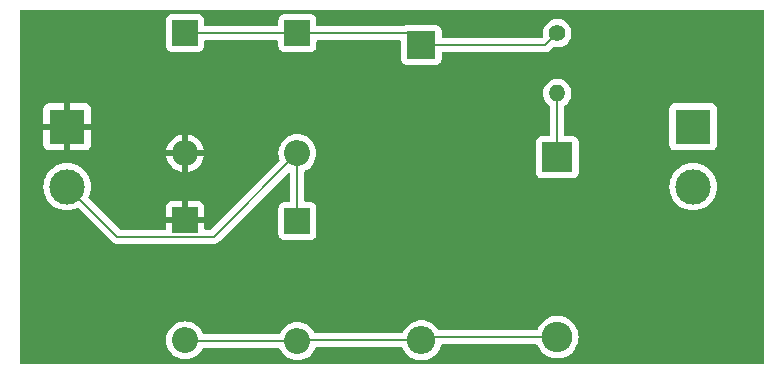
<source format=gbr>
%TF.GenerationSoftware,KiCad,Pcbnew,8.0.6*%
%TF.CreationDate,2024-11-24T22:30:01-06:00*%
%TF.ProjectId,CargadorWalkieTalkie,43617267-6164-46f7-9257-616c6b696554,0.0*%
%TF.SameCoordinates,Original*%
%TF.FileFunction,Copper,L2,Bot*%
%TF.FilePolarity,Positive*%
%FSLAX46Y46*%
G04 Gerber Fmt 4.6, Leading zero omitted, Abs format (unit mm)*
G04 Created by KiCad (PCBNEW 8.0.6) date 2024-11-24 22:30:01*
%MOMM*%
%LPD*%
G01*
G04 APERTURE LIST*
%TA.AperFunction,ComponentPad*%
%ADD10R,2.400000X2.400000*%
%TD*%
%TA.AperFunction,ComponentPad*%
%ADD11O,2.400000X2.400000*%
%TD*%
%TA.AperFunction,ComponentPad*%
%ADD12R,2.600000X2.600000*%
%TD*%
%TA.AperFunction,ComponentPad*%
%ADD13O,2.600000X2.600000*%
%TD*%
%TA.AperFunction,ComponentPad*%
%ADD14O,2.200000X2.200000*%
%TD*%
%TA.AperFunction,ComponentPad*%
%ADD15R,2.200000X2.200000*%
%TD*%
%TA.AperFunction,ComponentPad*%
%ADD16C,1.400000*%
%TD*%
%TA.AperFunction,ComponentPad*%
%ADD17O,1.400000X1.400000*%
%TD*%
%TA.AperFunction,ComponentPad*%
%ADD18R,3.000000X3.000000*%
%TD*%
%TA.AperFunction,ComponentPad*%
%ADD19C,3.000000*%
%TD*%
%TA.AperFunction,Conductor*%
%ADD20C,0.200000*%
%TD*%
G04 APERTURE END LIST*
D10*
%TO.P,C1,1*%
%TO.N,Net-(D1-K)*%
X125500000Y-79000000D03*
D11*
%TO.P,C1,2*%
%TO.N,Net-(D3-A)*%
X125500000Y-104000000D03*
%TD*%
D12*
%TO.P,D5,1,K*%
%TO.N,Net-(D5-K)*%
X137000000Y-88500000D03*
D13*
%TO.P,D5,2,A*%
%TO.N,Net-(D3-A)*%
X137000000Y-103740000D03*
%TD*%
D14*
%TO.P,D1,2,A*%
%TO.N,/Vs*%
X105500000Y-88160000D03*
D15*
%TO.P,D1,1,K*%
%TO.N,Net-(D1-K)*%
X105500000Y-78000000D03*
%TD*%
D16*
%TO.P,R1,1*%
%TO.N,Net-(D1-K)*%
X137000000Y-78000000D03*
D17*
%TO.P,R1,2*%
%TO.N,Net-(D5-K)*%
X137000000Y-83080000D03*
%TD*%
D15*
%TO.P,D3,1,K*%
%TO.N,/Vs*%
X105500000Y-93840000D03*
D14*
%TO.P,D3,2,A*%
%TO.N,Net-(D3-A)*%
X105500000Y-104000000D03*
%TD*%
D15*
%TO.P,D2,1,K*%
%TO.N,Net-(D1-K)*%
X115000000Y-78000000D03*
D14*
%TO.P,D2,2,A*%
%TO.N,/gnd*%
X115000000Y-88160000D03*
%TD*%
D18*
%TO.P,J2,1,Pin_1*%
%TO.N,Net-(D5-K)*%
X148500000Y-85920000D03*
D19*
%TO.P,J2,2,Pin_2*%
%TO.N,Net-(D3-A)*%
X148500000Y-91000000D03*
%TD*%
D18*
%TO.P,J1,1,Pin_1*%
%TO.N,/Vs*%
X95500000Y-85920000D03*
D19*
%TO.P,J1,2,Pin_2*%
%TO.N,/gnd*%
X95500000Y-91000000D03*
%TD*%
D15*
%TO.P,D4,1,K*%
%TO.N,/gnd*%
X115000000Y-93920000D03*
D14*
%TO.P,D4,2,A*%
%TO.N,Net-(D3-A)*%
X115000000Y-104080000D03*
%TD*%
D20*
%TO.N,/Vs*%
X105500000Y-93840000D02*
X105500000Y-88160000D01*
%TO.N,Net-(D3-A)*%
X105580000Y-104080000D02*
X105500000Y-104000000D01*
X115000000Y-104080000D02*
X105580000Y-104080000D01*
%TO.N,/gnd*%
X115000000Y-88160000D02*
X115000000Y-93920000D01*
%TO.N,Net-(D1-K)*%
X105500000Y-78000000D02*
X115000000Y-78000000D01*
%TO.N,Net-(D3-A)*%
X115080000Y-104000000D02*
X115000000Y-104080000D01*
X125500000Y-104000000D02*
X115080000Y-104000000D01*
X125760000Y-103740000D02*
X125500000Y-104000000D01*
X137000000Y-103740000D02*
X125760000Y-103740000D01*
%TO.N,Net-(D5-K)*%
X137000000Y-83080000D02*
X137000000Y-88500000D01*
%TO.N,Net-(D1-K)*%
X136000000Y-79000000D02*
X137000000Y-78000000D01*
X125500000Y-79000000D02*
X136000000Y-79000000D01*
X124500000Y-78000000D02*
X125500000Y-79000000D01*
X115000000Y-78000000D02*
X124500000Y-78000000D01*
%TO.N,/gnd*%
X95500000Y-91000000D02*
X99740000Y-95240000D01*
X99740000Y-95240000D02*
X107920000Y-95240000D01*
X107920000Y-95240000D02*
X115000000Y-88160000D01*
%TD*%
%TA.AperFunction,Conductor*%
%TO.N,/Vs*%
G36*
X154442539Y-76020185D02*
G01*
X154488294Y-76072989D01*
X154499500Y-76124500D01*
X154499500Y-105875500D01*
X154479815Y-105942539D01*
X154427011Y-105988294D01*
X154375500Y-105999500D01*
X91624500Y-105999500D01*
X91557461Y-105979815D01*
X91511706Y-105927011D01*
X91500500Y-105875500D01*
X91500500Y-104000000D01*
X103894551Y-104000000D01*
X103914317Y-104251151D01*
X103973126Y-104496110D01*
X104069533Y-104728859D01*
X104201160Y-104943653D01*
X104201161Y-104943656D01*
X104201164Y-104943659D01*
X104364776Y-105135224D01*
X104458443Y-105215223D01*
X104556343Y-105298838D01*
X104556346Y-105298839D01*
X104771140Y-105430466D01*
X104939690Y-105500281D01*
X105003889Y-105526873D01*
X105248852Y-105585683D01*
X105500000Y-105605449D01*
X105751148Y-105585683D01*
X105996111Y-105526873D01*
X106228859Y-105430466D01*
X106443659Y-105298836D01*
X106635224Y-105135224D01*
X106798836Y-104943659D01*
X106881442Y-104808859D01*
X106923817Y-104739710D01*
X106975629Y-104692835D01*
X107029544Y-104680500D01*
X113433512Y-104680500D01*
X113500551Y-104700185D01*
X113546306Y-104752989D01*
X113548073Y-104757048D01*
X113569532Y-104808856D01*
X113569533Y-104808858D01*
X113701160Y-105023653D01*
X113701161Y-105023656D01*
X113701164Y-105023659D01*
X113864776Y-105215224D01*
X114002944Y-105333231D01*
X114056343Y-105378838D01*
X114056346Y-105378839D01*
X114271140Y-105510466D01*
X114456845Y-105587387D01*
X114503889Y-105606873D01*
X114748852Y-105665683D01*
X115000000Y-105685449D01*
X115251148Y-105665683D01*
X115496111Y-105606873D01*
X115728859Y-105510466D01*
X115943659Y-105378836D01*
X116135224Y-105215224D01*
X116298836Y-105023659D01*
X116430466Y-104808859D01*
X116451905Y-104757102D01*
X116485064Y-104677048D01*
X116528905Y-104622644D01*
X116595199Y-104600579D01*
X116599625Y-104600500D01*
X123824360Y-104600500D01*
X123891399Y-104620185D01*
X123937154Y-104672989D01*
X123939785Y-104679192D01*
X123963607Y-104739888D01*
X124091041Y-104960612D01*
X124249950Y-105159877D01*
X124436783Y-105333232D01*
X124647366Y-105476805D01*
X124647371Y-105476807D01*
X124647372Y-105476808D01*
X124647373Y-105476809D01*
X124751333Y-105526873D01*
X124876992Y-105587387D01*
X124876993Y-105587387D01*
X124876996Y-105587389D01*
X125120542Y-105662513D01*
X125372565Y-105700500D01*
X125627435Y-105700500D01*
X125879458Y-105662513D01*
X126123004Y-105587389D01*
X126352634Y-105476805D01*
X126563217Y-105333232D01*
X126750050Y-105159877D01*
X126908959Y-104960612D01*
X127036393Y-104739888D01*
X127129508Y-104502637D01*
X127144511Y-104436907D01*
X127178620Y-104375929D01*
X127240281Y-104343071D01*
X127265402Y-104340500D01*
X135216933Y-104340500D01*
X135283972Y-104360185D01*
X135329727Y-104412989D01*
X135332361Y-104419198D01*
X135373254Y-104523392D01*
X135373256Y-104523396D01*
X135373257Y-104523398D01*
X135508185Y-104757102D01*
X135644080Y-104927509D01*
X135676442Y-104968089D01*
X135856571Y-105135223D01*
X135874259Y-105151635D01*
X136097226Y-105303651D01*
X136340359Y-105420738D01*
X136598228Y-105500280D01*
X136598229Y-105500280D01*
X136598232Y-105500281D01*
X136865063Y-105540499D01*
X136865068Y-105540499D01*
X136865071Y-105540500D01*
X136865072Y-105540500D01*
X137134928Y-105540500D01*
X137134929Y-105540500D01*
X137134936Y-105540499D01*
X137401767Y-105500281D01*
X137401768Y-105500280D01*
X137401772Y-105500280D01*
X137659641Y-105420738D01*
X137902775Y-105303651D01*
X138125741Y-105151635D01*
X138323561Y-104968085D01*
X138491815Y-104757102D01*
X138626743Y-104523398D01*
X138725334Y-104272195D01*
X138785383Y-104009103D01*
X138805549Y-103740000D01*
X138785383Y-103470897D01*
X138725334Y-103207805D01*
X138626743Y-102956602D01*
X138491815Y-102722898D01*
X138323561Y-102511915D01*
X138323560Y-102511914D01*
X138323557Y-102511910D01*
X138125741Y-102328365D01*
X138083404Y-102299500D01*
X137902775Y-102176349D01*
X137902769Y-102176346D01*
X137902768Y-102176345D01*
X137902767Y-102176344D01*
X137659643Y-102059263D01*
X137659645Y-102059263D01*
X137401773Y-101979720D01*
X137401767Y-101979718D01*
X137134936Y-101939500D01*
X137134929Y-101939500D01*
X136865071Y-101939500D01*
X136865063Y-101939500D01*
X136598232Y-101979718D01*
X136598226Y-101979720D01*
X136340358Y-102059262D01*
X136097230Y-102176346D01*
X135874258Y-102328365D01*
X135676442Y-102511910D01*
X135508185Y-102722898D01*
X135373258Y-102956599D01*
X135373254Y-102956607D01*
X135332361Y-103060802D01*
X135289545Y-103116016D01*
X135223675Y-103139317D01*
X135216933Y-103139500D01*
X127038350Y-103139500D01*
X126971311Y-103119815D01*
X126930962Y-103077499D01*
X126921322Y-103060802D01*
X126908959Y-103039388D01*
X126750050Y-102840123D01*
X126563217Y-102666768D01*
X126352634Y-102523195D01*
X126352630Y-102523193D01*
X126352627Y-102523191D01*
X126352626Y-102523190D01*
X126123006Y-102412612D01*
X126123008Y-102412612D01*
X125879466Y-102337489D01*
X125879462Y-102337488D01*
X125879458Y-102337487D01*
X125758231Y-102319214D01*
X125627440Y-102299500D01*
X125627435Y-102299500D01*
X125372565Y-102299500D01*
X125372559Y-102299500D01*
X125215609Y-102323157D01*
X125120542Y-102337487D01*
X125120539Y-102337488D01*
X125120533Y-102337489D01*
X124876992Y-102412612D01*
X124647373Y-102523190D01*
X124647372Y-102523191D01*
X124436782Y-102666768D01*
X124249952Y-102840121D01*
X124249950Y-102840123D01*
X124091041Y-103039388D01*
X123963607Y-103260111D01*
X123939788Y-103320802D01*
X123896972Y-103376016D01*
X123831103Y-103399317D01*
X123824360Y-103399500D01*
X116529544Y-103399500D01*
X116462505Y-103379815D01*
X116423817Y-103340290D01*
X116298839Y-103136346D01*
X116298838Y-103136343D01*
X116248580Y-103077499D01*
X116135224Y-102944776D01*
X116008571Y-102836604D01*
X115943656Y-102781161D01*
X115943653Y-102781160D01*
X115728859Y-102649533D01*
X115496110Y-102553126D01*
X115251151Y-102494317D01*
X115000000Y-102474551D01*
X114748848Y-102494317D01*
X114503889Y-102553126D01*
X114271140Y-102649533D01*
X114056346Y-102781160D01*
X114056343Y-102781161D01*
X113864776Y-102944776D01*
X113701161Y-103136343D01*
X113701160Y-103136346D01*
X113569533Y-103351141D01*
X113569532Y-103351143D01*
X113548073Y-103402952D01*
X113504233Y-103457356D01*
X113437939Y-103479421D01*
X113433512Y-103479500D01*
X107099625Y-103479500D01*
X107032586Y-103459815D01*
X106986831Y-103407011D01*
X106985064Y-103402952D01*
X106930468Y-103271144D01*
X106930466Y-103271141D01*
X106798839Y-103056346D01*
X106798838Y-103056343D01*
X106713655Y-102956607D01*
X106635224Y-102864776D01*
X106508571Y-102756604D01*
X106443656Y-102701161D01*
X106443653Y-102701160D01*
X106228859Y-102569533D01*
X105996110Y-102473126D01*
X105751151Y-102414317D01*
X105500000Y-102394551D01*
X105248848Y-102414317D01*
X105003889Y-102473126D01*
X104771140Y-102569533D01*
X104556346Y-102701160D01*
X104556343Y-102701161D01*
X104364776Y-102864776D01*
X104201161Y-103056343D01*
X104201160Y-103056346D01*
X104069533Y-103271140D01*
X103973126Y-103503889D01*
X103914317Y-103748848D01*
X103894551Y-104000000D01*
X91500500Y-104000000D01*
X91500500Y-90999998D01*
X93494390Y-90999998D01*
X93494390Y-91000001D01*
X93514804Y-91285433D01*
X93575628Y-91565037D01*
X93675635Y-91833166D01*
X93812770Y-92084309D01*
X93812775Y-92084317D01*
X93984254Y-92313387D01*
X93984270Y-92313405D01*
X94186594Y-92515729D01*
X94186612Y-92515745D01*
X94415682Y-92687224D01*
X94415690Y-92687229D01*
X94666833Y-92824364D01*
X94666832Y-92824364D01*
X94666836Y-92824365D01*
X94666839Y-92824367D01*
X94934954Y-92924369D01*
X94934960Y-92924370D01*
X94934962Y-92924371D01*
X95214566Y-92985195D01*
X95214568Y-92985195D01*
X95214572Y-92985196D01*
X95468220Y-93003337D01*
X95499999Y-93005610D01*
X95500000Y-93005610D01*
X95500001Y-93005610D01*
X95528595Y-93003564D01*
X95785428Y-92985196D01*
X96065046Y-92924369D01*
X96333161Y-92824367D01*
X96343519Y-92818710D01*
X96411791Y-92803859D01*
X96477255Y-92828275D01*
X96490626Y-92839861D01*
X99371284Y-95720520D01*
X99371286Y-95720521D01*
X99371290Y-95720524D01*
X99508209Y-95799573D01*
X99508216Y-95799577D01*
X99660943Y-95840501D01*
X99660945Y-95840501D01*
X99826654Y-95840501D01*
X99826670Y-95840500D01*
X107833331Y-95840500D01*
X107833347Y-95840501D01*
X107840943Y-95840501D01*
X107999054Y-95840501D01*
X107999057Y-95840501D01*
X108151785Y-95799577D01*
X108201904Y-95770639D01*
X108288716Y-95720520D01*
X108400520Y-95608716D01*
X108400520Y-95608714D01*
X108410728Y-95598507D01*
X108410730Y-95598504D01*
X114187819Y-89821415D01*
X114249142Y-89787930D01*
X114318834Y-89792914D01*
X114374767Y-89834786D01*
X114399184Y-89900250D01*
X114399500Y-89909096D01*
X114399500Y-92195500D01*
X114379815Y-92262539D01*
X114327011Y-92308294D01*
X114275500Y-92319500D01*
X113852129Y-92319500D01*
X113852123Y-92319501D01*
X113792516Y-92325908D01*
X113657671Y-92376202D01*
X113657664Y-92376206D01*
X113542455Y-92462452D01*
X113542452Y-92462455D01*
X113456206Y-92577664D01*
X113456202Y-92577671D01*
X113405908Y-92712517D01*
X113399501Y-92772116D01*
X113399501Y-92772123D01*
X113399500Y-92772135D01*
X113399500Y-95067870D01*
X113399501Y-95067876D01*
X113405908Y-95127483D01*
X113456202Y-95262328D01*
X113456206Y-95262335D01*
X113542452Y-95377544D01*
X113542455Y-95377547D01*
X113657664Y-95463793D01*
X113657671Y-95463797D01*
X113792517Y-95514091D01*
X113792516Y-95514091D01*
X113799444Y-95514835D01*
X113852127Y-95520500D01*
X116147872Y-95520499D01*
X116207483Y-95514091D01*
X116342331Y-95463796D01*
X116457546Y-95377546D01*
X116543796Y-95262331D01*
X116594091Y-95127483D01*
X116600500Y-95067873D01*
X116600499Y-92772128D01*
X116594091Y-92712517D01*
X116586496Y-92692155D01*
X116543797Y-92577671D01*
X116543793Y-92577664D01*
X116457547Y-92462455D01*
X116457544Y-92462452D01*
X116342335Y-92376206D01*
X116342328Y-92376202D01*
X116207482Y-92325908D01*
X116207483Y-92325908D01*
X116147883Y-92319501D01*
X116147881Y-92319500D01*
X116147873Y-92319500D01*
X116147865Y-92319500D01*
X115724500Y-92319500D01*
X115657461Y-92299815D01*
X115611706Y-92247011D01*
X115600500Y-92195500D01*
X115600500Y-90999998D01*
X146494390Y-90999998D01*
X146494390Y-91000001D01*
X146514804Y-91285433D01*
X146575628Y-91565037D01*
X146675635Y-91833166D01*
X146812770Y-92084309D01*
X146812775Y-92084317D01*
X146984254Y-92313387D01*
X146984270Y-92313405D01*
X147186594Y-92515729D01*
X147186612Y-92515745D01*
X147415682Y-92687224D01*
X147415690Y-92687229D01*
X147666833Y-92824364D01*
X147666832Y-92824364D01*
X147666836Y-92824365D01*
X147666839Y-92824367D01*
X147934954Y-92924369D01*
X147934960Y-92924370D01*
X147934962Y-92924371D01*
X148214566Y-92985195D01*
X148214568Y-92985195D01*
X148214572Y-92985196D01*
X148468220Y-93003337D01*
X148499999Y-93005610D01*
X148500000Y-93005610D01*
X148500001Y-93005610D01*
X148528595Y-93003564D01*
X148785428Y-92985196D01*
X149065046Y-92924369D01*
X149333161Y-92824367D01*
X149584315Y-92687226D01*
X149813395Y-92515739D01*
X150015739Y-92313395D01*
X150187226Y-92084315D01*
X150324367Y-91833161D01*
X150424369Y-91565046D01*
X150485196Y-91285428D01*
X150505610Y-91000000D01*
X150485196Y-90714572D01*
X150424369Y-90434954D01*
X150324367Y-90166839D01*
X150256382Y-90042335D01*
X150187229Y-89915690D01*
X150187224Y-89915682D01*
X150015745Y-89686612D01*
X150015729Y-89686594D01*
X149813405Y-89484270D01*
X149813387Y-89484254D01*
X149584317Y-89312775D01*
X149584309Y-89312770D01*
X149333166Y-89175635D01*
X149333167Y-89175635D01*
X149225915Y-89135632D01*
X149065046Y-89075631D01*
X149065043Y-89075630D01*
X149065037Y-89075628D01*
X148785433Y-89014804D01*
X148500001Y-88994390D01*
X148499999Y-88994390D01*
X148214566Y-89014804D01*
X147934962Y-89075628D01*
X147666833Y-89175635D01*
X147415690Y-89312770D01*
X147415682Y-89312775D01*
X147186612Y-89484254D01*
X147186594Y-89484270D01*
X146984270Y-89686594D01*
X146984254Y-89686612D01*
X146812775Y-89915682D01*
X146812770Y-89915690D01*
X146675635Y-90166833D01*
X146575628Y-90434962D01*
X146514804Y-90714566D01*
X146494390Y-90999998D01*
X115600500Y-90999998D01*
X115600500Y-89726487D01*
X115620185Y-89659448D01*
X115672989Y-89613693D01*
X115677002Y-89611945D01*
X115728859Y-89590466D01*
X115943659Y-89458836D01*
X116135224Y-89295224D01*
X116298836Y-89103659D01*
X116430466Y-88888859D01*
X116526873Y-88656111D01*
X116585683Y-88411148D01*
X116605449Y-88160000D01*
X116585683Y-87908852D01*
X116526873Y-87663889D01*
X116445681Y-87467873D01*
X116430466Y-87431140D01*
X116298839Y-87216346D01*
X116298838Y-87216343D01*
X116243999Y-87152135D01*
X135199500Y-87152135D01*
X135199500Y-89847870D01*
X135199501Y-89847876D01*
X135205908Y-89907483D01*
X135256202Y-90042328D01*
X135256206Y-90042335D01*
X135342452Y-90157544D01*
X135342455Y-90157547D01*
X135457664Y-90243793D01*
X135457671Y-90243797D01*
X135592517Y-90294091D01*
X135592516Y-90294091D01*
X135599444Y-90294835D01*
X135652127Y-90300500D01*
X138347872Y-90300499D01*
X138407483Y-90294091D01*
X138542331Y-90243796D01*
X138657546Y-90157546D01*
X138743796Y-90042331D01*
X138794091Y-89907483D01*
X138800500Y-89847873D01*
X138800499Y-87152128D01*
X138794091Y-87092517D01*
X138768957Y-87025130D01*
X138743797Y-86957671D01*
X138743793Y-86957664D01*
X138657547Y-86842455D01*
X138657544Y-86842452D01*
X138542335Y-86756206D01*
X138542328Y-86756202D01*
X138407482Y-86705908D01*
X138407483Y-86705908D01*
X138347883Y-86699501D01*
X138347881Y-86699500D01*
X138347873Y-86699500D01*
X138347865Y-86699500D01*
X137724500Y-86699500D01*
X137657461Y-86679815D01*
X137611706Y-86627011D01*
X137600500Y-86575500D01*
X137600500Y-84372135D01*
X146499500Y-84372135D01*
X146499500Y-87467870D01*
X146499501Y-87467876D01*
X146505908Y-87527483D01*
X146556202Y-87662328D01*
X146556206Y-87662335D01*
X146642452Y-87777544D01*
X146642455Y-87777547D01*
X146757664Y-87863793D01*
X146757671Y-87863797D01*
X146892517Y-87914091D01*
X146892516Y-87914091D01*
X146899444Y-87914835D01*
X146952127Y-87920500D01*
X150047872Y-87920499D01*
X150107483Y-87914091D01*
X150242331Y-87863796D01*
X150357546Y-87777546D01*
X150443796Y-87662331D01*
X150494091Y-87527483D01*
X150500500Y-87467873D01*
X150500499Y-84372128D01*
X150494091Y-84312517D01*
X150443884Y-84177906D01*
X150443797Y-84177671D01*
X150443793Y-84177664D01*
X150357547Y-84062455D01*
X150357544Y-84062452D01*
X150242335Y-83976206D01*
X150242328Y-83976202D01*
X150107482Y-83925908D01*
X150107483Y-83925908D01*
X150047883Y-83919501D01*
X150047881Y-83919500D01*
X150047873Y-83919500D01*
X150047864Y-83919500D01*
X146952129Y-83919500D01*
X146952123Y-83919501D01*
X146892516Y-83925908D01*
X146757671Y-83976202D01*
X146757664Y-83976206D01*
X146642455Y-84062452D01*
X146642452Y-84062455D01*
X146556206Y-84177664D01*
X146556202Y-84177671D01*
X146505908Y-84312517D01*
X146499501Y-84372116D01*
X146499501Y-84372123D01*
X146499500Y-84372135D01*
X137600500Y-84372135D01*
X137600500Y-84189244D01*
X137620185Y-84122205D01*
X137659220Y-84083819D01*
X137726562Y-84042124D01*
X137890981Y-83892236D01*
X138025058Y-83714689D01*
X138124229Y-83515528D01*
X138185115Y-83301536D01*
X138205643Y-83080000D01*
X138185115Y-82858464D01*
X138124229Y-82644472D01*
X138124224Y-82644461D01*
X138025061Y-82445316D01*
X138025056Y-82445308D01*
X137890979Y-82267761D01*
X137726562Y-82117876D01*
X137726560Y-82117874D01*
X137537404Y-82000754D01*
X137537398Y-82000752D01*
X137329940Y-81920382D01*
X137111243Y-81879500D01*
X136888757Y-81879500D01*
X136670060Y-81920382D01*
X136538864Y-81971207D01*
X136462601Y-82000752D01*
X136462595Y-82000754D01*
X136273439Y-82117874D01*
X136273437Y-82117876D01*
X136109020Y-82267761D01*
X135974943Y-82445308D01*
X135974938Y-82445316D01*
X135875775Y-82644461D01*
X135875769Y-82644476D01*
X135814885Y-82858462D01*
X135814884Y-82858464D01*
X135794357Y-83079999D01*
X135794357Y-83080000D01*
X135814884Y-83301535D01*
X135814885Y-83301537D01*
X135875769Y-83515523D01*
X135875775Y-83515538D01*
X135974938Y-83714683D01*
X135974943Y-83714691D01*
X136109020Y-83892238D01*
X136273433Y-84042120D01*
X136273435Y-84042121D01*
X136273438Y-84042124D01*
X136340778Y-84083818D01*
X136387412Y-84135843D01*
X136399500Y-84189244D01*
X136399500Y-86575500D01*
X136379815Y-86642539D01*
X136327011Y-86688294D01*
X136275500Y-86699500D01*
X135652129Y-86699500D01*
X135652123Y-86699501D01*
X135592516Y-86705908D01*
X135457671Y-86756202D01*
X135457664Y-86756206D01*
X135342455Y-86842452D01*
X135342452Y-86842455D01*
X135256206Y-86957664D01*
X135256202Y-86957671D01*
X135205908Y-87092517D01*
X135199501Y-87152116D01*
X135199501Y-87152123D01*
X135199500Y-87152135D01*
X116243999Y-87152135D01*
X116243992Y-87152127D01*
X116135224Y-87024776D01*
X115944136Y-86861571D01*
X115943656Y-86861161D01*
X115943653Y-86861160D01*
X115728859Y-86729533D01*
X115496110Y-86633126D01*
X115251151Y-86574317D01*
X115000000Y-86554551D01*
X114748848Y-86574317D01*
X114503889Y-86633126D01*
X114271140Y-86729533D01*
X114056346Y-86861160D01*
X114056343Y-86861161D01*
X113864776Y-87024776D01*
X113701161Y-87216343D01*
X113701160Y-87216346D01*
X113569533Y-87431140D01*
X113473126Y-87663889D01*
X113414317Y-87908848D01*
X113394551Y-88160000D01*
X113414317Y-88411151D01*
X113473127Y-88656112D01*
X113473127Y-88656114D01*
X113494587Y-88707923D01*
X113502056Y-88777393D01*
X113470780Y-88839872D01*
X113467707Y-88843056D01*
X107707584Y-94603181D01*
X107646261Y-94636666D01*
X107619903Y-94639500D01*
X107224000Y-94639500D01*
X107156961Y-94619815D01*
X107111206Y-94567011D01*
X107100000Y-94515500D01*
X107100000Y-94090000D01*
X105990748Y-94090000D01*
X106012518Y-94052292D01*
X106050000Y-93912409D01*
X106050000Y-93767591D01*
X106012518Y-93627708D01*
X105990748Y-93590000D01*
X107100000Y-93590000D01*
X107100000Y-92692172D01*
X107099999Y-92692155D01*
X107093598Y-92632627D01*
X107093596Y-92632620D01*
X107043354Y-92497913D01*
X107043350Y-92497906D01*
X106957190Y-92382812D01*
X106957187Y-92382809D01*
X106842093Y-92296649D01*
X106842086Y-92296645D01*
X106707379Y-92246403D01*
X106707372Y-92246401D01*
X106647844Y-92240000D01*
X105750000Y-92240000D01*
X105750000Y-93349252D01*
X105712292Y-93327482D01*
X105572409Y-93290000D01*
X105427591Y-93290000D01*
X105287708Y-93327482D01*
X105250000Y-93349252D01*
X105250000Y-92240000D01*
X104352155Y-92240000D01*
X104292627Y-92246401D01*
X104292620Y-92246403D01*
X104157913Y-92296645D01*
X104157906Y-92296649D01*
X104042812Y-92382809D01*
X104042809Y-92382812D01*
X103956649Y-92497906D01*
X103956645Y-92497913D01*
X103906403Y-92632620D01*
X103906401Y-92632627D01*
X103900000Y-92692155D01*
X103900000Y-93590000D01*
X105009252Y-93590000D01*
X104987482Y-93627708D01*
X104950000Y-93767591D01*
X104950000Y-93912409D01*
X104987482Y-94052292D01*
X105009252Y-94090000D01*
X103900000Y-94090000D01*
X103900000Y-94515500D01*
X103880315Y-94582539D01*
X103827511Y-94628294D01*
X103776000Y-94639500D01*
X100040098Y-94639500D01*
X99973059Y-94619815D01*
X99952417Y-94603181D01*
X98676718Y-93327482D01*
X97339861Y-91990626D01*
X97306377Y-91929304D01*
X97311361Y-91859612D01*
X97318708Y-91843523D01*
X97324367Y-91833161D01*
X97424369Y-91565046D01*
X97485196Y-91285428D01*
X97505610Y-91000000D01*
X97485196Y-90714572D01*
X97424369Y-90434954D01*
X97324367Y-90166839D01*
X97256382Y-90042335D01*
X97187229Y-89915690D01*
X97187224Y-89915682D01*
X97015745Y-89686612D01*
X97015729Y-89686594D01*
X96813405Y-89484270D01*
X96813387Y-89484254D01*
X96584317Y-89312775D01*
X96584309Y-89312770D01*
X96333166Y-89175635D01*
X96333167Y-89175635D01*
X96225915Y-89135632D01*
X96065046Y-89075631D01*
X96065043Y-89075630D01*
X96065037Y-89075628D01*
X95785433Y-89014804D01*
X95500001Y-88994390D01*
X95499999Y-88994390D01*
X95214566Y-89014804D01*
X94934962Y-89075628D01*
X94666833Y-89175635D01*
X94415690Y-89312770D01*
X94415682Y-89312775D01*
X94186612Y-89484254D01*
X94186594Y-89484270D01*
X93984270Y-89686594D01*
X93984254Y-89686612D01*
X93812775Y-89915682D01*
X93812770Y-89915690D01*
X93675635Y-90166833D01*
X93575628Y-90434962D01*
X93514804Y-90714566D01*
X93494390Y-90999998D01*
X91500500Y-90999998D01*
X91500500Y-84372155D01*
X93500000Y-84372155D01*
X93500000Y-85670000D01*
X94780936Y-85670000D01*
X94769207Y-85698316D01*
X94740000Y-85845147D01*
X94740000Y-85994853D01*
X94769207Y-86141684D01*
X94780936Y-86170000D01*
X93500000Y-86170000D01*
X93500000Y-87467844D01*
X93506401Y-87527372D01*
X93506403Y-87527379D01*
X93556645Y-87662086D01*
X93556649Y-87662093D01*
X93642809Y-87777187D01*
X93642812Y-87777190D01*
X93757906Y-87863350D01*
X93757913Y-87863354D01*
X93892620Y-87913596D01*
X93892627Y-87913598D01*
X93952155Y-87919999D01*
X93952172Y-87920000D01*
X95250000Y-87920000D01*
X95250000Y-86639064D01*
X95278316Y-86650793D01*
X95425147Y-86680000D01*
X95574853Y-86680000D01*
X95721684Y-86650793D01*
X95750000Y-86639064D01*
X95750000Y-87920000D01*
X97047828Y-87920000D01*
X97047844Y-87919999D01*
X97107372Y-87913598D01*
X97107379Y-87913596D01*
X97117023Y-87909999D01*
X103914728Y-87909999D01*
X103914729Y-87910000D01*
X105009252Y-87910000D01*
X104987482Y-87947708D01*
X104950000Y-88087591D01*
X104950000Y-88232409D01*
X104987482Y-88372292D01*
X105009252Y-88410000D01*
X103914728Y-88410000D01*
X103914811Y-88411067D01*
X103973603Y-88655956D01*
X104069980Y-88888631D01*
X104201568Y-89103362D01*
X104201571Y-89103367D01*
X104365130Y-89294869D01*
X104556632Y-89458428D01*
X104556637Y-89458431D01*
X104771368Y-89590019D01*
X105004043Y-89686396D01*
X105248932Y-89745188D01*
X105250000Y-89745271D01*
X105250000Y-88650747D01*
X105287708Y-88672518D01*
X105427591Y-88710000D01*
X105572409Y-88710000D01*
X105712292Y-88672518D01*
X105750000Y-88650747D01*
X105750000Y-89745271D01*
X105751067Y-89745188D01*
X105995956Y-89686396D01*
X106228631Y-89590019D01*
X106443362Y-89458431D01*
X106443367Y-89458428D01*
X106634869Y-89294869D01*
X106798428Y-89103367D01*
X106798431Y-89103362D01*
X106930019Y-88888631D01*
X107026396Y-88655956D01*
X107085188Y-88411067D01*
X107085272Y-88410000D01*
X105990748Y-88410000D01*
X106012518Y-88372292D01*
X106050000Y-88232409D01*
X106050000Y-88087591D01*
X106012518Y-87947708D01*
X105990748Y-87910000D01*
X107085271Y-87910000D01*
X107085271Y-87909999D01*
X107085188Y-87908932D01*
X107026396Y-87664043D01*
X106930019Y-87431368D01*
X106798431Y-87216637D01*
X106798428Y-87216632D01*
X106634869Y-87025130D01*
X106443367Y-86861571D01*
X106443362Y-86861568D01*
X106228631Y-86729980D01*
X105995956Y-86633603D01*
X105751064Y-86574811D01*
X105750000Y-86574726D01*
X105750000Y-87669252D01*
X105712292Y-87647482D01*
X105572409Y-87610000D01*
X105427591Y-87610000D01*
X105287708Y-87647482D01*
X105250000Y-87669252D01*
X105250000Y-86574726D01*
X105248935Y-86574811D01*
X105004043Y-86633603D01*
X104771368Y-86729980D01*
X104556637Y-86861568D01*
X104556632Y-86861571D01*
X104365130Y-87025130D01*
X104201571Y-87216632D01*
X104201568Y-87216637D01*
X104069980Y-87431368D01*
X103973603Y-87664043D01*
X103914811Y-87908932D01*
X103914728Y-87909999D01*
X97117023Y-87909999D01*
X97242086Y-87863354D01*
X97242093Y-87863350D01*
X97357187Y-87777190D01*
X97357190Y-87777187D01*
X97443350Y-87662093D01*
X97443354Y-87662086D01*
X97493596Y-87527379D01*
X97493598Y-87527372D01*
X97499999Y-87467844D01*
X97500000Y-87467827D01*
X97500000Y-86170000D01*
X96219064Y-86170000D01*
X96230793Y-86141684D01*
X96260000Y-85994853D01*
X96260000Y-85845147D01*
X96230793Y-85698316D01*
X96219064Y-85670000D01*
X97500000Y-85670000D01*
X97500000Y-84372172D01*
X97499999Y-84372155D01*
X97493598Y-84312627D01*
X97493596Y-84312620D01*
X97443354Y-84177913D01*
X97443350Y-84177906D01*
X97357190Y-84062812D01*
X97357187Y-84062809D01*
X97242093Y-83976649D01*
X97242086Y-83976645D01*
X97107379Y-83926403D01*
X97107372Y-83926401D01*
X97047844Y-83920000D01*
X95750000Y-83920000D01*
X95750000Y-85200935D01*
X95721684Y-85189207D01*
X95574853Y-85160000D01*
X95425147Y-85160000D01*
X95278316Y-85189207D01*
X95250000Y-85200935D01*
X95250000Y-83920000D01*
X93952155Y-83920000D01*
X93892627Y-83926401D01*
X93892620Y-83926403D01*
X93757913Y-83976645D01*
X93757906Y-83976649D01*
X93642812Y-84062809D01*
X93642809Y-84062812D01*
X93556649Y-84177906D01*
X93556645Y-84177913D01*
X93506403Y-84312620D01*
X93506401Y-84312627D01*
X93500000Y-84372155D01*
X91500500Y-84372155D01*
X91500500Y-76852135D01*
X103899500Y-76852135D01*
X103899500Y-79147870D01*
X103899501Y-79147876D01*
X103905908Y-79207483D01*
X103956202Y-79342328D01*
X103956206Y-79342335D01*
X104042452Y-79457544D01*
X104042455Y-79457547D01*
X104157664Y-79543793D01*
X104157671Y-79543797D01*
X104292517Y-79594091D01*
X104292516Y-79594091D01*
X104299444Y-79594835D01*
X104352127Y-79600500D01*
X106647872Y-79600499D01*
X106707483Y-79594091D01*
X106842331Y-79543796D01*
X106957546Y-79457546D01*
X107043796Y-79342331D01*
X107094091Y-79207483D01*
X107100500Y-79147873D01*
X107100500Y-78724500D01*
X107120185Y-78657461D01*
X107172989Y-78611706D01*
X107224500Y-78600500D01*
X113275501Y-78600500D01*
X113342540Y-78620185D01*
X113388295Y-78672989D01*
X113399501Y-78724500D01*
X113399501Y-79147876D01*
X113405908Y-79207483D01*
X113456202Y-79342328D01*
X113456206Y-79342335D01*
X113542452Y-79457544D01*
X113542455Y-79457547D01*
X113657664Y-79543793D01*
X113657671Y-79543797D01*
X113792517Y-79594091D01*
X113792516Y-79594091D01*
X113799444Y-79594835D01*
X113852127Y-79600500D01*
X116147872Y-79600499D01*
X116207483Y-79594091D01*
X116342331Y-79543796D01*
X116457546Y-79457546D01*
X116543796Y-79342331D01*
X116594091Y-79207483D01*
X116600500Y-79147873D01*
X116600500Y-78724500D01*
X116620185Y-78657461D01*
X116672989Y-78611706D01*
X116724500Y-78600500D01*
X123675500Y-78600500D01*
X123742539Y-78620185D01*
X123788294Y-78672989D01*
X123799500Y-78724500D01*
X123799500Y-80247870D01*
X123799501Y-80247876D01*
X123805908Y-80307483D01*
X123856202Y-80442328D01*
X123856206Y-80442335D01*
X123942452Y-80557544D01*
X123942455Y-80557547D01*
X124057664Y-80643793D01*
X124057671Y-80643797D01*
X124192517Y-80694091D01*
X124192516Y-80694091D01*
X124199444Y-80694835D01*
X124252127Y-80700500D01*
X126747872Y-80700499D01*
X126807483Y-80694091D01*
X126942331Y-80643796D01*
X127057546Y-80557546D01*
X127143796Y-80442331D01*
X127194091Y-80307483D01*
X127200500Y-80247873D01*
X127200500Y-79724500D01*
X127220185Y-79657461D01*
X127272989Y-79611706D01*
X127324500Y-79600500D01*
X135913331Y-79600500D01*
X135913347Y-79600501D01*
X135920943Y-79600501D01*
X136079054Y-79600501D01*
X136079057Y-79600501D01*
X136231785Y-79559577D01*
X136281904Y-79530639D01*
X136368716Y-79480520D01*
X136480520Y-79368716D01*
X136480521Y-79368713D01*
X136640321Y-79208912D01*
X136701641Y-79175431D01*
X136750784Y-79174708D01*
X136888757Y-79200500D01*
X136888759Y-79200500D01*
X137111241Y-79200500D01*
X137111243Y-79200500D01*
X137329940Y-79159618D01*
X137537401Y-79079247D01*
X137726562Y-78962124D01*
X137890981Y-78812236D01*
X138025058Y-78634689D01*
X138124229Y-78435528D01*
X138185115Y-78221536D01*
X138205643Y-78000000D01*
X138185115Y-77778464D01*
X138124229Y-77564472D01*
X138124224Y-77564461D01*
X138025061Y-77365316D01*
X138025056Y-77365308D01*
X137890979Y-77187761D01*
X137726562Y-77037876D01*
X137726560Y-77037874D01*
X137537404Y-76920754D01*
X137537398Y-76920752D01*
X137329940Y-76840382D01*
X137111243Y-76799500D01*
X136888757Y-76799500D01*
X136670060Y-76840382D01*
X136538864Y-76891207D01*
X136462601Y-76920752D01*
X136462595Y-76920754D01*
X136273439Y-77037874D01*
X136273437Y-77037876D01*
X136109020Y-77187761D01*
X135974943Y-77365308D01*
X135974938Y-77365316D01*
X135875775Y-77564461D01*
X135875769Y-77564476D01*
X135814885Y-77778462D01*
X135814884Y-77778464D01*
X135794357Y-77999999D01*
X135794357Y-78000000D01*
X135814885Y-78221537D01*
X135820270Y-78240463D01*
X135819683Y-78310330D01*
X135788725Y-78362038D01*
X135787623Y-78363141D01*
X135726315Y-78396654D01*
X135699902Y-78399500D01*
X127324499Y-78399500D01*
X127257460Y-78379815D01*
X127211705Y-78327011D01*
X127200499Y-78275500D01*
X127200499Y-77752129D01*
X127200498Y-77752123D01*
X127194091Y-77692516D01*
X127143797Y-77557671D01*
X127143793Y-77557664D01*
X127057547Y-77442455D01*
X127057544Y-77442452D01*
X126942335Y-77356206D01*
X126942328Y-77356202D01*
X126807482Y-77305908D01*
X126807483Y-77305908D01*
X126747883Y-77299501D01*
X126747881Y-77299500D01*
X126747873Y-77299500D01*
X126747864Y-77299500D01*
X124252129Y-77299500D01*
X124252123Y-77299501D01*
X124192516Y-77305908D01*
X124057671Y-77356202D01*
X124057668Y-77356204D01*
X124032872Y-77374767D01*
X123967408Y-77399184D01*
X123958561Y-77399500D01*
X116724499Y-77399500D01*
X116657460Y-77379815D01*
X116611705Y-77327011D01*
X116600499Y-77275500D01*
X116600499Y-76852129D01*
X116600498Y-76852123D01*
X116600497Y-76852116D01*
X116594091Y-76792517D01*
X116543796Y-76657669D01*
X116543795Y-76657668D01*
X116543793Y-76657664D01*
X116457547Y-76542455D01*
X116457544Y-76542452D01*
X116342335Y-76456206D01*
X116342328Y-76456202D01*
X116207482Y-76405908D01*
X116207483Y-76405908D01*
X116147883Y-76399501D01*
X116147881Y-76399500D01*
X116147873Y-76399500D01*
X116147864Y-76399500D01*
X113852129Y-76399500D01*
X113852123Y-76399501D01*
X113792516Y-76405908D01*
X113657671Y-76456202D01*
X113657664Y-76456206D01*
X113542455Y-76542452D01*
X113542452Y-76542455D01*
X113456206Y-76657664D01*
X113456202Y-76657671D01*
X113405908Y-76792517D01*
X113399501Y-76852116D01*
X113399501Y-76852123D01*
X113399500Y-76852135D01*
X113399500Y-77275500D01*
X113379815Y-77342539D01*
X113327011Y-77388294D01*
X113275500Y-77399500D01*
X107224499Y-77399500D01*
X107157460Y-77379815D01*
X107111705Y-77327011D01*
X107100499Y-77275500D01*
X107100499Y-76852129D01*
X107100498Y-76852123D01*
X107100497Y-76852116D01*
X107094091Y-76792517D01*
X107043796Y-76657669D01*
X107043795Y-76657668D01*
X107043793Y-76657664D01*
X106957547Y-76542455D01*
X106957544Y-76542452D01*
X106842335Y-76456206D01*
X106842328Y-76456202D01*
X106707482Y-76405908D01*
X106707483Y-76405908D01*
X106647883Y-76399501D01*
X106647881Y-76399500D01*
X106647873Y-76399500D01*
X106647864Y-76399500D01*
X104352129Y-76399500D01*
X104352123Y-76399501D01*
X104292516Y-76405908D01*
X104157671Y-76456202D01*
X104157664Y-76456206D01*
X104042455Y-76542452D01*
X104042452Y-76542455D01*
X103956206Y-76657664D01*
X103956202Y-76657671D01*
X103905908Y-76792517D01*
X103899501Y-76852116D01*
X103899501Y-76852123D01*
X103899500Y-76852135D01*
X91500500Y-76852135D01*
X91500500Y-76124500D01*
X91520185Y-76057461D01*
X91572989Y-76011706D01*
X91624500Y-76000500D01*
X154375500Y-76000500D01*
X154442539Y-76020185D01*
G37*
%TD.AperFunction*%
%TD*%
M02*

</source>
